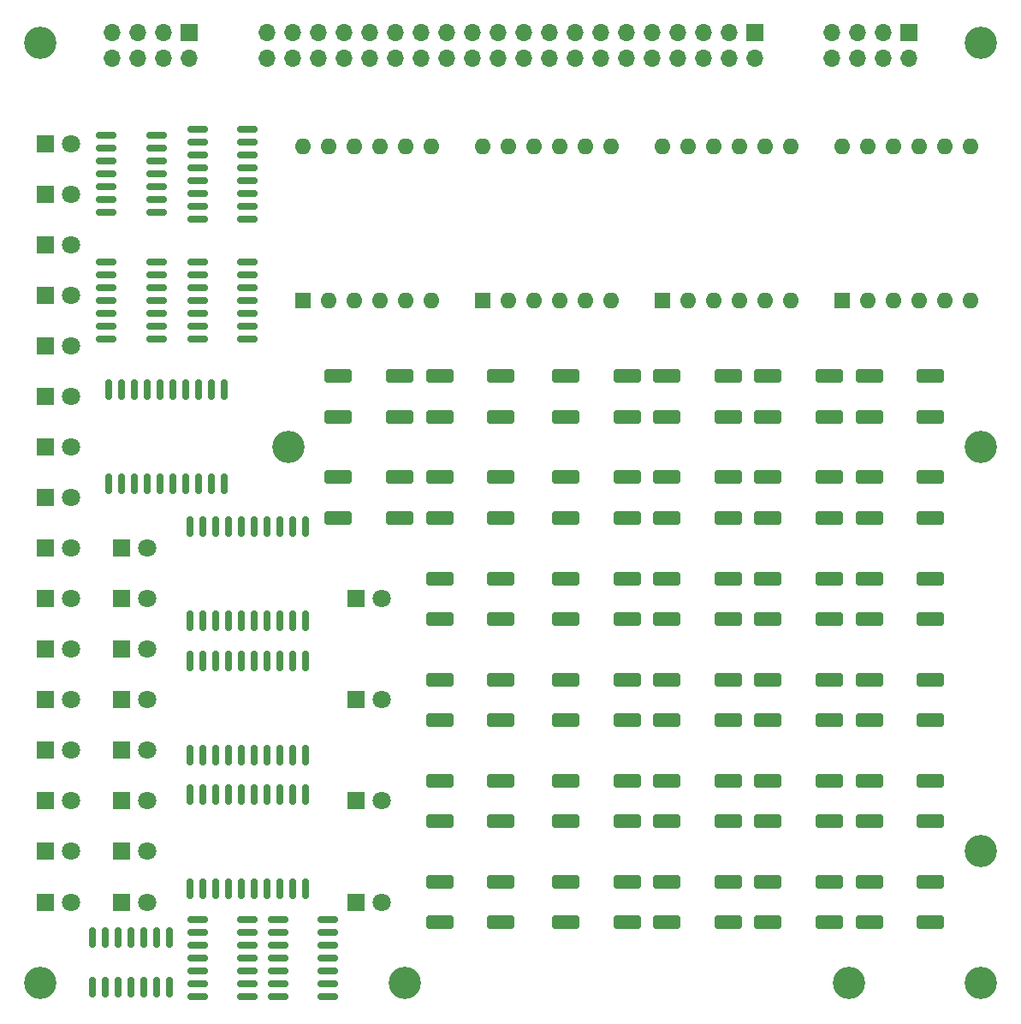
<source format=gbr>
%TF.GenerationSoftware,KiCad,Pcbnew,7.0.0-da2b9df05c~171~ubuntu22.04.1*%
%TF.CreationDate,2023-03-06T18:38:04-05:00*%
%TF.ProjectId,main,6d61696e-2e6b-4696-9361-645f70636258,rev?*%
%TF.SameCoordinates,Original*%
%TF.FileFunction,Soldermask,Top*%
%TF.FilePolarity,Negative*%
%FSLAX46Y46*%
G04 Gerber Fmt 4.6, Leading zero omitted, Abs format (unit mm)*
G04 Created by KiCad (PCBNEW 7.0.0-da2b9df05c~171~ubuntu22.04.1) date 2023-03-06 18:38:04*
%MOMM*%
%LPD*%
G01*
G04 APERTURE LIST*
G04 Aperture macros list*
%AMRoundRect*
0 Rectangle with rounded corners*
0 $1 Rounding radius*
0 $2 $3 $4 $5 $6 $7 $8 $9 X,Y pos of 4 corners*
0 Add a 4 corners polygon primitive as box body*
4,1,4,$2,$3,$4,$5,$6,$7,$8,$9,$2,$3,0*
0 Add four circle primitives for the rounded corners*
1,1,$1+$1,$2,$3*
1,1,$1+$1,$4,$5*
1,1,$1+$1,$6,$7*
1,1,$1+$1,$8,$9*
0 Add four rect primitives between the rounded corners*
20,1,$1+$1,$2,$3,$4,$5,0*
20,1,$1+$1,$4,$5,$6,$7,0*
20,1,$1+$1,$6,$7,$8,$9,0*
20,1,$1+$1,$8,$9,$2,$3,0*%
G04 Aperture macros list end*
%ADD10R,1.700000X1.700000*%
%ADD11O,1.700000X1.700000*%
%ADD12R,1.800000X1.800000*%
%ADD13C,1.800000*%
%ADD14C,3.200000*%
%ADD15R,1.600000X1.600000*%
%ADD16O,1.600000X1.600000*%
%ADD17RoundRect,0.150000X0.825000X0.150000X-0.825000X0.150000X-0.825000X-0.150000X0.825000X-0.150000X0*%
%ADD18RoundRect,0.350000X-1.025000X-0.350000X1.025000X-0.350000X1.025000X0.350000X-1.025000X0.350000X0*%
%ADD19RoundRect,0.150000X0.150000X-0.875000X0.150000X0.875000X-0.150000X0.875000X-0.150000X-0.875000X0*%
%ADD20RoundRect,0.150000X0.150000X-0.825000X0.150000X0.825000X-0.150000X0.825000X-0.150000X-0.825000X0*%
G04 APERTURE END LIST*
D10*
%TO.C,J3*%
X94129999Y-22539999D03*
D11*
X94129999Y-25079999D03*
X91589999Y-22539999D03*
X91589999Y-25079999D03*
X89049999Y-22539999D03*
X89049999Y-25079999D03*
X86509999Y-22539999D03*
X86509999Y-25079999D03*
X83969999Y-22539999D03*
X83969999Y-25079999D03*
X81429999Y-22539999D03*
X81429999Y-25079999D03*
X78889999Y-22539999D03*
X78889999Y-25079999D03*
X76349999Y-22539999D03*
X76349999Y-25079999D03*
X73809999Y-22539999D03*
X73809999Y-25079999D03*
X71269999Y-22539999D03*
X71269999Y-25079999D03*
X68729999Y-22539999D03*
X68729999Y-25079999D03*
X66189999Y-22539999D03*
X66189999Y-25079999D03*
X63649999Y-22539999D03*
X63649999Y-25079999D03*
X61109999Y-22539999D03*
X61109999Y-25079999D03*
X58569999Y-22539999D03*
X58569999Y-25079999D03*
X56029999Y-22539999D03*
X56029999Y-25079999D03*
X53489999Y-22539999D03*
X53489999Y-25079999D03*
X50949999Y-22539999D03*
X50949999Y-25079999D03*
X48409999Y-22539999D03*
X48409999Y-25079999D03*
X45869999Y-22539999D03*
X45869999Y-25079999D03*
%TD*%
D10*
%TO.C,J1*%
X38219999Y-22539999D03*
D11*
X38219999Y-25079999D03*
X35679999Y-22539999D03*
X35679999Y-25079999D03*
X33139999Y-22539999D03*
X33139999Y-25079999D03*
X30599999Y-22539999D03*
X30599999Y-25079999D03*
%TD*%
D12*
%TO.C,D1*%
X31499999Y-108499999D03*
D13*
X34040000Y-108500000D03*
%TD*%
D14*
%TO.C,H2*%
X23500000Y-23500000D03*
%TD*%
%TO.C,H3*%
X116500000Y-116500000D03*
%TD*%
%TO.C,H4*%
X23500000Y-116500000D03*
%TD*%
%TO.C,H1*%
X116500000Y-23500000D03*
%TD*%
D15*
%TO.C,U4*%
X85039999Y-48999999D03*
D16*
X87579999Y-48999999D03*
X90119999Y-48999999D03*
X92659999Y-48999999D03*
X95199999Y-48999999D03*
X97739999Y-48999999D03*
X97739999Y-33759999D03*
X95199999Y-33759999D03*
X92659999Y-33759999D03*
X90119999Y-33759999D03*
X87579999Y-33759999D03*
X85039999Y-33759999D03*
%TD*%
D17*
%TO.C,U5*%
X43975000Y-40945000D03*
X43975000Y-39675000D03*
X43975000Y-38405000D03*
X43975000Y-37135000D03*
X43975000Y-35865000D03*
X43975000Y-34595000D03*
X43975000Y-33325000D03*
X43975000Y-32055000D03*
X39025000Y-32055000D03*
X39025000Y-33325000D03*
X39025000Y-34595000D03*
X39025000Y-35865000D03*
X39025000Y-37135000D03*
X39025000Y-38405000D03*
X39025000Y-39675000D03*
X39025000Y-40945000D03*
%TD*%
D12*
%TO.C,D2*%
X31499999Y-88499999D03*
D13*
X34040000Y-88500000D03*
%TD*%
D12*
%TO.C,D3*%
X31499999Y-73499999D03*
D13*
X34040000Y-73500000D03*
%TD*%
D12*
%TO.C,D4*%
X31499999Y-93499999D03*
D13*
X34040000Y-93500000D03*
%TD*%
D12*
%TO.C,D5*%
X23999999Y-108499999D03*
D13*
X26540000Y-108500000D03*
%TD*%
D12*
%TO.C,D6*%
X23999999Y-88499999D03*
D13*
X26540000Y-88500000D03*
%TD*%
D12*
%TO.C,D7*%
X23999999Y-73499999D03*
D13*
X26540000Y-73500000D03*
%TD*%
D12*
%TO.C,D8*%
X23999999Y-93499999D03*
D13*
X26540000Y-93500000D03*
%TD*%
D15*
%TO.C,U3*%
X102819999Y-48999999D03*
D16*
X105359999Y-48999999D03*
X107899999Y-48999999D03*
X110439999Y-48999999D03*
X112979999Y-48999999D03*
X115519999Y-48999999D03*
X115519999Y-33759999D03*
X112979999Y-33759999D03*
X110439999Y-33759999D03*
X107899999Y-33759999D03*
X105359999Y-33759999D03*
X102819999Y-33759999D03*
%TD*%
D12*
%TO.C,D9*%
X23999999Y-68499999D03*
D13*
X26540000Y-68500000D03*
%TD*%
D12*
%TO.C,D10*%
X23999999Y-48499999D03*
D13*
X26540000Y-48500000D03*
%TD*%
D12*
%TO.C,D11*%
X23999999Y-33499999D03*
D13*
X26540000Y-33500000D03*
%TD*%
D12*
%TO.C,D12*%
X23999999Y-53499999D03*
D13*
X26540000Y-53500000D03*
%TD*%
D12*
%TO.C,D13*%
X23999999Y-98499999D03*
D13*
X26540000Y-98500000D03*
%TD*%
D12*
%TO.C,D14*%
X23999999Y-78499999D03*
D13*
X26540000Y-78500000D03*
%TD*%
D12*
%TO.C,D15*%
X23999999Y-83499999D03*
D13*
X26540000Y-83500000D03*
%TD*%
D12*
%TO.C,D16*%
X23999999Y-103499999D03*
D13*
X26540000Y-103500000D03*
%TD*%
D12*
%TO.C,D17*%
X31499999Y-98499999D03*
D13*
X34040000Y-98500000D03*
%TD*%
D12*
%TO.C,D18*%
X31499999Y-78499999D03*
D13*
X34040000Y-78500000D03*
%TD*%
D12*
%TO.C,D19*%
X31499999Y-83499999D03*
D13*
X34040000Y-83500000D03*
%TD*%
D12*
%TO.C,D20*%
X31499999Y-103499999D03*
D13*
X34040000Y-103500000D03*
%TD*%
D12*
%TO.C,D21*%
X23999999Y-58499999D03*
D13*
X26540000Y-58500000D03*
%TD*%
D12*
%TO.C,D22*%
X23999999Y-38499999D03*
D13*
X26540000Y-38500000D03*
%TD*%
D12*
%TO.C,D23*%
X23999999Y-43499999D03*
D13*
X26540000Y-43500000D03*
%TD*%
D12*
%TO.C,D24*%
X23999999Y-63499999D03*
D13*
X26540000Y-63500000D03*
%TD*%
D17*
%TO.C,U1*%
X34975000Y-40310000D03*
X34975000Y-39040000D03*
X34975000Y-37770000D03*
X34975000Y-36500000D03*
X34975000Y-35230000D03*
X34975000Y-33960000D03*
X34975000Y-32690000D03*
X30025000Y-32690000D03*
X30025000Y-33960000D03*
X30025000Y-35230000D03*
X30025000Y-36500000D03*
X30025000Y-37770000D03*
X30025000Y-39040000D03*
X30025000Y-40310000D03*
%TD*%
D18*
%TO.C,SW5*%
X75475000Y-70500000D03*
X81525000Y-70500000D03*
X75475000Y-66500000D03*
X81525000Y-66500000D03*
%TD*%
%TO.C,SW6*%
X75475000Y-80500000D03*
X81525000Y-80500000D03*
X75475000Y-76500000D03*
X81525000Y-76500000D03*
%TD*%
%TO.C,SW7*%
X75475000Y-90500000D03*
X81525000Y-90500000D03*
X75475000Y-86500000D03*
X81525000Y-86500000D03*
%TD*%
%TO.C,SW8*%
X75475000Y-100500000D03*
X81525000Y-100500000D03*
X75475000Y-96500000D03*
X81525000Y-96500000D03*
%TD*%
%TO.C,SW9*%
X75475000Y-110500000D03*
X81525000Y-110500000D03*
X75475000Y-106500000D03*
X81525000Y-106500000D03*
%TD*%
%TO.C,SW10*%
X85475000Y-60500000D03*
X91525000Y-60500000D03*
X85475000Y-56500000D03*
X91525000Y-56500000D03*
%TD*%
%TO.C,SW11*%
X85475000Y-70500000D03*
X91525000Y-70500000D03*
X85475000Y-66500000D03*
X91525000Y-66500000D03*
%TD*%
%TO.C,SW12*%
X85475000Y-80500000D03*
X91525000Y-80500000D03*
X85475000Y-76500000D03*
X91525000Y-76500000D03*
%TD*%
%TO.C,SW13*%
X85475000Y-90500000D03*
X91525000Y-90500000D03*
X85475000Y-86500000D03*
X91525000Y-86500000D03*
%TD*%
%TO.C,SW14*%
X85475000Y-100500000D03*
X91525000Y-100500000D03*
X85475000Y-96500000D03*
X91525000Y-96500000D03*
%TD*%
%TO.C,SW15*%
X85475000Y-110500000D03*
X91525000Y-110500000D03*
X85475000Y-106500000D03*
X91525000Y-106500000D03*
%TD*%
%TO.C,SW16*%
X62975000Y-80500000D03*
X69025000Y-80500000D03*
X62975000Y-76500000D03*
X69025000Y-76500000D03*
%TD*%
%TO.C,SW17*%
X62975000Y-90500000D03*
X69025000Y-90500000D03*
X62975000Y-86500000D03*
X69025000Y-86500000D03*
%TD*%
%TO.C,SW18*%
X62975000Y-100500000D03*
X69025000Y-100500000D03*
X62975000Y-96500000D03*
X69025000Y-96500000D03*
%TD*%
%TO.C,SW19*%
X62975000Y-110500000D03*
X69025000Y-110500000D03*
X62975000Y-106500000D03*
X69025000Y-106500000D03*
%TD*%
%TO.C,SW20*%
X95475000Y-60500000D03*
X101525000Y-60500000D03*
X95475000Y-56500000D03*
X101525000Y-56500000D03*
%TD*%
%TO.C,SW21*%
X95475000Y-70500000D03*
X101525000Y-70500000D03*
X95475000Y-66500000D03*
X101525000Y-66500000D03*
%TD*%
%TO.C,SW22*%
X95475000Y-80500000D03*
X101525000Y-80500000D03*
X95475000Y-76500000D03*
X101525000Y-76500000D03*
%TD*%
%TO.C,SW24*%
X95475000Y-100500000D03*
X101525000Y-100500000D03*
X95475000Y-96500000D03*
X101525000Y-96500000D03*
%TD*%
%TO.C,SW25*%
X95475000Y-110500000D03*
X101525000Y-110500000D03*
X95475000Y-106500000D03*
X101525000Y-106500000D03*
%TD*%
%TO.C,SW26*%
X105475000Y-60500000D03*
X111525000Y-60500000D03*
X105475000Y-56500000D03*
X111525000Y-56500000D03*
%TD*%
%TO.C,SW27*%
X105475000Y-70500000D03*
X111525000Y-70500000D03*
X105475000Y-66500000D03*
X111525000Y-66500000D03*
%TD*%
%TO.C,SW28*%
X105475000Y-80500000D03*
X111525000Y-80500000D03*
X105475000Y-76500000D03*
X111525000Y-76500000D03*
%TD*%
D17*
%TO.C,U6*%
X43975000Y-52810000D03*
X43975000Y-51540000D03*
X43975000Y-50270000D03*
X43975000Y-49000000D03*
X43975000Y-47730000D03*
X43975000Y-46460000D03*
X43975000Y-45190000D03*
X39025000Y-45190000D03*
X39025000Y-46460000D03*
X39025000Y-47730000D03*
X39025000Y-49000000D03*
X39025000Y-50270000D03*
X39025000Y-51540000D03*
X39025000Y-52810000D03*
%TD*%
D18*
%TO.C,SW29*%
X105475000Y-90500000D03*
X111525000Y-90500000D03*
X105475000Y-86500000D03*
X111525000Y-86500000D03*
%TD*%
%TO.C,SW31*%
X105475000Y-110500000D03*
X111525000Y-110500000D03*
X105475000Y-106500000D03*
X111525000Y-106500000D03*
%TD*%
D15*
%TO.C,U8*%
X67259999Y-48999999D03*
D16*
X69799999Y-48999999D03*
X72339999Y-48999999D03*
X74879999Y-48999999D03*
X77419999Y-48999999D03*
X79959999Y-48999999D03*
X79959999Y-33759999D03*
X77419999Y-33759999D03*
X74879999Y-33759999D03*
X72339999Y-33759999D03*
X69799999Y-33759999D03*
X67259999Y-33759999D03*
%TD*%
D19*
%TO.C,U11*%
X38285000Y-94000000D03*
X39555000Y-94000000D03*
X40825000Y-94000000D03*
X42095000Y-94000000D03*
X43365000Y-94000000D03*
X44635000Y-94000000D03*
X45905000Y-94000000D03*
X47175000Y-94000000D03*
X48445000Y-94000000D03*
X49715000Y-94000000D03*
X49715000Y-84700000D03*
X48445000Y-84700000D03*
X47175000Y-84700000D03*
X45905000Y-84700000D03*
X44635000Y-84700000D03*
X43365000Y-84700000D03*
X42095000Y-84700000D03*
X40825000Y-84700000D03*
X39555000Y-84700000D03*
X38285000Y-84700000D03*
%TD*%
D18*
%TO.C,SW23*%
X95475000Y-90500000D03*
X101525000Y-90500000D03*
X95475000Y-86500000D03*
X101525000Y-86500000D03*
%TD*%
%TO.C,SW1*%
X52975000Y-70500000D03*
X59025000Y-70500000D03*
X52975000Y-66500000D03*
X59025000Y-66500000D03*
%TD*%
%TO.C,SW2*%
X62975000Y-60500000D03*
X69025000Y-60500000D03*
X62975000Y-56500000D03*
X69025000Y-56500000D03*
%TD*%
%TO.C,SW4*%
X75475000Y-60500000D03*
X81525000Y-60500000D03*
X75475000Y-56500000D03*
X81525000Y-56500000D03*
%TD*%
D19*
%TO.C,U13*%
X30285000Y-67150000D03*
X31555000Y-67150000D03*
X32825000Y-67150000D03*
X34095000Y-67150000D03*
X35365000Y-67150000D03*
X36635000Y-67150000D03*
X37905000Y-67150000D03*
X39175000Y-67150000D03*
X40445000Y-67150000D03*
X41715000Y-67150000D03*
X41715000Y-57850000D03*
X40445000Y-57850000D03*
X39175000Y-57850000D03*
X37905000Y-57850000D03*
X36635000Y-57850000D03*
X35365000Y-57850000D03*
X34095000Y-57850000D03*
X32825000Y-57850000D03*
X31555000Y-57850000D03*
X30285000Y-57850000D03*
%TD*%
D15*
%TO.C,U9*%
X49479999Y-48999999D03*
D16*
X52019999Y-48999999D03*
X54559999Y-48999999D03*
X57099999Y-48999999D03*
X59639999Y-48999999D03*
X62179999Y-48999999D03*
X62179999Y-33759999D03*
X59639999Y-33759999D03*
X57099999Y-33759999D03*
X54559999Y-33759999D03*
X52019999Y-33759999D03*
X49479999Y-33759999D03*
%TD*%
D19*
%TO.C,U12*%
X38285000Y-107150000D03*
X39555000Y-107150000D03*
X40825000Y-107150000D03*
X42095000Y-107150000D03*
X43365000Y-107150000D03*
X44635000Y-107150000D03*
X45905000Y-107150000D03*
X47175000Y-107150000D03*
X48445000Y-107150000D03*
X49715000Y-107150000D03*
X49715000Y-97850000D03*
X48445000Y-97850000D03*
X47175000Y-97850000D03*
X45905000Y-97850000D03*
X44635000Y-97850000D03*
X43365000Y-97850000D03*
X42095000Y-97850000D03*
X40825000Y-97850000D03*
X39555000Y-97850000D03*
X38285000Y-97850000D03*
%TD*%
D20*
%TO.C,U10*%
X28650000Y-116950000D03*
X29920000Y-116950000D03*
X31190000Y-116950000D03*
X32460000Y-116950000D03*
X33730000Y-116950000D03*
X35000000Y-116950000D03*
X36270000Y-116950000D03*
X36270000Y-112000000D03*
X35000000Y-112000000D03*
X33730000Y-112000000D03*
X32460000Y-112000000D03*
X31190000Y-112000000D03*
X29920000Y-112000000D03*
X28650000Y-112000000D03*
%TD*%
D18*
%TO.C,SW3*%
X52975000Y-60500000D03*
X59025000Y-60500000D03*
X52975000Y-56500000D03*
X59025000Y-56500000D03*
%TD*%
%TO.C,SW30*%
X105475000Y-100500000D03*
X111525000Y-100500000D03*
X105475000Y-96500000D03*
X111525000Y-96500000D03*
%TD*%
D14*
%TO.C,H5*%
X48000000Y-63500000D03*
%TD*%
%TO.C,H6*%
X116500000Y-103500000D03*
%TD*%
D17*
%TO.C,U2*%
X34975000Y-52810000D03*
X34975000Y-51540000D03*
X34975000Y-50270000D03*
X34975000Y-49000000D03*
X34975000Y-47730000D03*
X34975000Y-46460000D03*
X34975000Y-45190000D03*
X30025000Y-45190000D03*
X30025000Y-46460000D03*
X30025000Y-47730000D03*
X30025000Y-49000000D03*
X30025000Y-50270000D03*
X30025000Y-51540000D03*
X30025000Y-52810000D03*
%TD*%
D19*
%TO.C,U7*%
X38285000Y-80650000D03*
X39555000Y-80650000D03*
X40825000Y-80650000D03*
X42095000Y-80650000D03*
X43365000Y-80650000D03*
X44635000Y-80650000D03*
X45905000Y-80650000D03*
X47175000Y-80650000D03*
X48445000Y-80650000D03*
X49715000Y-80650000D03*
X49715000Y-71350000D03*
X48445000Y-71350000D03*
X47175000Y-71350000D03*
X45905000Y-71350000D03*
X44635000Y-71350000D03*
X43365000Y-71350000D03*
X42095000Y-71350000D03*
X40825000Y-71350000D03*
X39555000Y-71350000D03*
X38285000Y-71350000D03*
%TD*%
D14*
%TO.C,H7*%
X59500000Y-116500000D03*
%TD*%
%TO.C,H8*%
X103500000Y-116500000D03*
%TD*%
%TO.C,H9*%
X116500000Y-63500000D03*
%TD*%
D17*
%TO.C,U14*%
X51950000Y-117850000D03*
X51950000Y-116580000D03*
X51950000Y-115310000D03*
X51950000Y-114040000D03*
X51950000Y-112770000D03*
X51950000Y-111500000D03*
X51950000Y-110230000D03*
X47000000Y-110230000D03*
X47000000Y-111500000D03*
X47000000Y-112770000D03*
X47000000Y-114040000D03*
X47000000Y-115310000D03*
X47000000Y-116580000D03*
X47000000Y-117850000D03*
%TD*%
D12*
%TO.C,D27*%
X54734999Y-98499999D03*
D13*
X57275000Y-98500000D03*
%TD*%
D17*
%TO.C,U15*%
X44000000Y-117850000D03*
X44000000Y-116580000D03*
X44000000Y-115310000D03*
X44000000Y-114040000D03*
X44000000Y-112770000D03*
X44000000Y-111500000D03*
X44000000Y-110230000D03*
X39050000Y-110230000D03*
X39050000Y-111500000D03*
X39050000Y-112770000D03*
X39050000Y-114040000D03*
X39050000Y-115310000D03*
X39050000Y-116580000D03*
X39050000Y-117850000D03*
%TD*%
D18*
%TO.C,SW32*%
X62975000Y-70500000D03*
X69025000Y-70500000D03*
X62975000Y-66500000D03*
X69025000Y-66500000D03*
%TD*%
D12*
%TO.C,D26*%
X54734999Y-88499999D03*
D13*
X57275000Y-88500000D03*
%TD*%
D10*
%TO.C,J2*%
X109399999Y-22539999D03*
D11*
X109399999Y-25079999D03*
X106859999Y-22539999D03*
X106859999Y-25079999D03*
X104319999Y-22539999D03*
X104319999Y-25079999D03*
X101779999Y-22539999D03*
X101779999Y-25079999D03*
%TD*%
D12*
%TO.C,D28*%
X54734999Y-108499999D03*
D13*
X57275000Y-108500000D03*
%TD*%
D12*
%TO.C,D25*%
X54734999Y-78499999D03*
D13*
X57275000Y-78500000D03*
%TD*%
M02*

</source>
